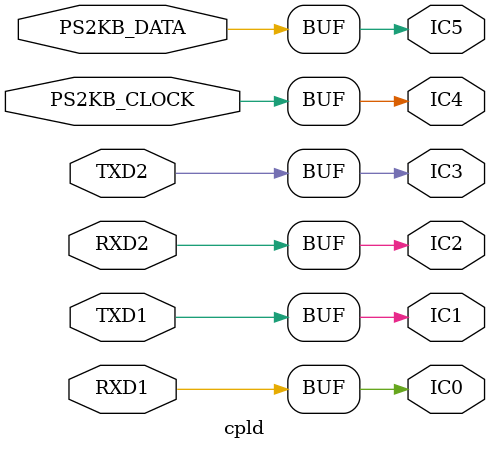
<source format=v>
`timescale 1ns / 1ps
module cpld(
	input		wire		RXD1,
	input		wire		TXD1,
	input		wire		RXD2,
	input		wire		TXD2,
	input		wire		PS2KB_CLOCK,
	input		wire		PS2KB_DATA,

	output		reg			IC0,
	output		reg			IC1,
	output		reg			IC2,
	output		reg			IC3,
	output		reg			IC4,
	output		reg			IC5
	);
	always @ (*) begin
		IC0 <= RXD1;
		IC1 <= TXD1;
		IC2 <= RXD2;
		IC3 <= TXD2;
		IC4 <= PS2KB_CLOCK;
		IC5 <= PS2KB_DATA;
	end

endmodule

</source>
